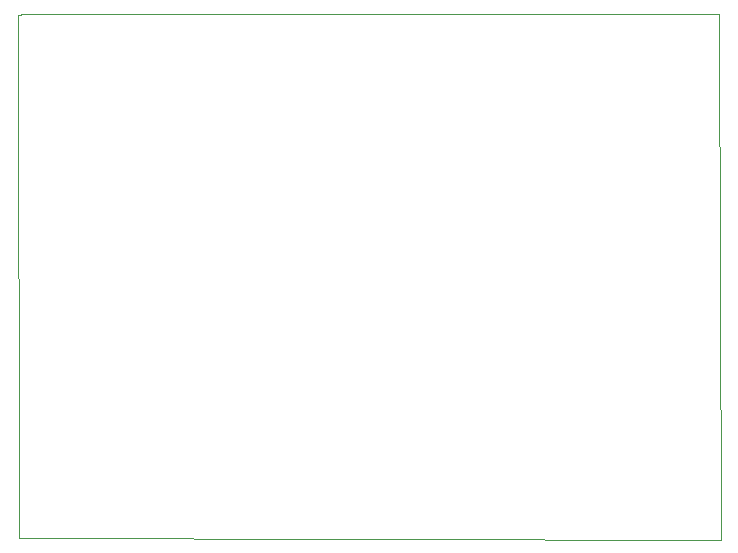
<source format=gbr>
%TF.GenerationSoftware,KiCad,Pcbnew,(5.1.9)-1*%
%TF.CreationDate,2021-09-03T17:13:07+00:00*%
%TF.ProjectId,step_down_converter,73746570-5f64-46f7-976e-5f636f6e7665,rev?*%
%TF.SameCoordinates,Original*%
%TF.FileFunction,Profile,NP*%
%FSLAX46Y46*%
G04 Gerber Fmt 4.6, Leading zero omitted, Abs format (unit mm)*
G04 Created by KiCad (PCBNEW (5.1.9)-1) date 2021-09-03 17:13:07*
%MOMM*%
%LPD*%
G01*
G04 APERTURE LIST*
%TA.AperFunction,Profile*%
%ADD10C,0.050000*%
%TD*%
G04 APERTURE END LIST*
D10*
X80619600Y-58455560D02*
X81127600Y-58328560D01*
X80746600Y-102732840D02*
X80619600Y-58455560D01*
X140124180Y-102859840D02*
X80746600Y-102732840D01*
X139997180Y-58328560D02*
X140124180Y-102859840D01*
X81254600Y-58328560D02*
X139997180Y-58328560D01*
M02*

</source>
